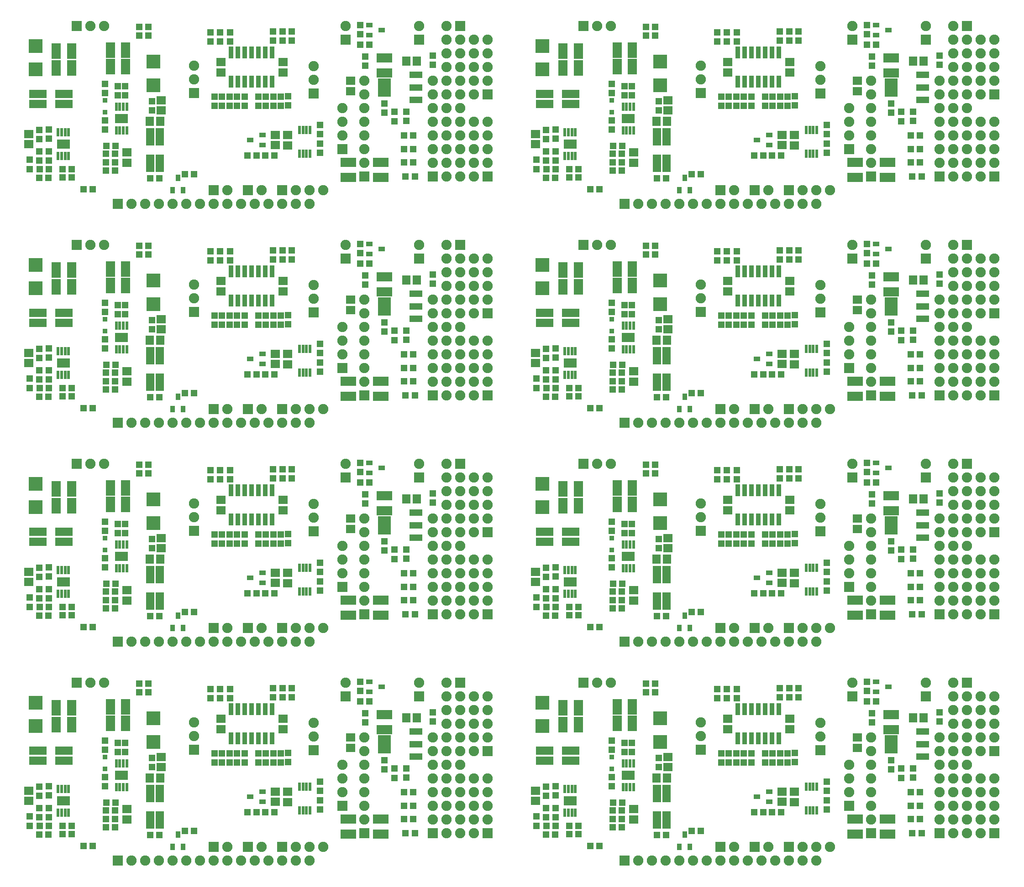
<source format=gbr>
G04 DipTrace 2.4.0.2*
%INTopMask.gbr*%
%MOIN*%
%ADD49R,0.0317X0.0868*%
%ADD51R,0.0927X0.136*%
%ADD53R,0.0927X0.0454*%
%ADD55R,0.0946X0.0671*%
%ADD57R,0.0238X0.0631*%
%ADD59R,0.0631X0.1261*%
%ADD61R,0.1261X0.0631*%
%ADD63R,0.0336X0.0494*%
%ADD65R,0.0494X0.0336*%
%ADD67C,0.075*%
%ADD69R,0.075X0.075*%
%ADD71R,0.0317X0.0317*%
%ADD73R,0.1025X0.1025*%
%ADD75R,0.1143X0.071*%
%ADD77R,0.0592X0.0671*%
%ADD79R,0.0513X0.0474*%
%ADD81R,0.071X0.1143*%
%ADD83R,0.0474X0.0513*%
%ADD85R,0.0671X0.0592*%
%FSLAX44Y44*%
G04*
G70*
G90*
G75*
G01*
%LNTopMask*%
%LPD*%
D85*
X5441Y10066D3*
Y9318D3*
D83*
X6879Y10378D3*
Y9709D3*
D81*
X7441Y14879D3*
X8543D3*
X7441Y16129D3*
X8543D3*
D79*
X8566Y6878D3*
X7897D3*
D83*
X6191Y8110D3*
Y8779D3*
X6878Y8128D3*
Y8797D3*
D85*
X12589Y8714D3*
Y7966D3*
D83*
X11940Y12878D3*
Y13547D3*
D77*
X15015Y10987D3*
X14267D3*
D81*
X11379Y15004D3*
X12481D3*
X11379Y16191D3*
X12481D3*
D85*
X15108Y11783D3*
Y12531D3*
D79*
X11065Y7378D3*
X11734D3*
X11754Y9191D3*
X11085D3*
D77*
X33752Y15378D3*
X33004D3*
D75*
X31378Y14513D3*
Y15615D3*
D83*
X32128Y11672D3*
Y11003D3*
X19538Y12129D3*
Y12798D3*
D85*
X24330Y9235D3*
Y9983D3*
X23432Y9251D3*
Y9999D3*
D83*
X23809Y12129D3*
Y12798D3*
X19380Y16817D3*
Y17486D3*
X23943Y16897D3*
Y17567D3*
D85*
X19447Y14566D3*
Y15314D3*
X23993Y14566D3*
Y15314D3*
X28940Y13190D3*
Y13938D3*
D75*
X28753Y6878D3*
Y7980D3*
X31128Y6878D3*
Y7980D3*
D73*
X5941Y16504D3*
Y14772D3*
X14515Y15338D3*
Y13606D3*
D71*
X10976Y12511D3*
Y11645D3*
D69*
X36940Y17940D3*
D67*
X35940D3*
X36940Y16940D3*
X35940D3*
X36940Y15940D3*
X35940D3*
X36940Y14940D3*
X35940D3*
X36940Y13940D3*
X35940D3*
X36940Y12940D3*
X35940D3*
X36940Y11940D3*
X35940D3*
X36940Y10940D3*
X35940D3*
X36940Y9940D3*
X35940D3*
X36940Y8940D3*
X35940D3*
X36940Y7940D3*
X35940D3*
X36940Y6940D3*
X35940D3*
D69*
X21440Y5940D3*
D67*
X22440D3*
D69*
X38940Y6940D3*
D67*
X37940D3*
X38940Y7940D3*
X37940D3*
X38940Y8940D3*
X37940D3*
X38940Y9940D3*
X37940D3*
X38940Y10940D3*
X37940D3*
D69*
X38940Y12940D3*
D67*
X37940D3*
X38940Y13940D3*
X37940D3*
X38940Y14940D3*
X37940D3*
X38940Y15940D3*
X37940D3*
X38940Y16940D3*
X37940D3*
D69*
X8940Y17940D3*
D67*
X9940D3*
X10940D3*
D69*
X17489Y13040D3*
D67*
Y14040D3*
Y15040D3*
D69*
X26224Y13036D3*
D67*
Y14036D3*
Y15036D3*
D69*
X33940Y16940D3*
D67*
Y17940D3*
D69*
X28565Y16940D3*
D67*
Y17940D3*
D69*
X28318Y8941D3*
D67*
Y9941D3*
Y10941D3*
Y11941D3*
D69*
X34940Y6940D3*
D67*
Y7940D3*
Y8940D3*
Y9940D3*
Y10940D3*
Y11940D3*
Y12940D3*
Y13940D3*
D69*
X29940Y6940D3*
D67*
Y7940D3*
Y8940D3*
Y9940D3*
Y10940D3*
Y11940D3*
Y12940D3*
Y13940D3*
D69*
X18940Y5940D3*
D67*
X19940D3*
D69*
X23940D3*
D67*
X24940D3*
X25940D3*
X26940D3*
D69*
X11940Y4940D3*
D67*
X12940D3*
X13940D3*
X14940D3*
X15940D3*
X16940D3*
X17940D3*
X18940D3*
X19940D3*
X20940D3*
X21940D3*
X22940D3*
X23940D3*
X24940D3*
X25940D3*
D65*
X30279Y18035D3*
Y17287D3*
X31184Y17661D3*
D63*
X15940Y5940D3*
X16688D3*
X16314Y6846D3*
D79*
X8566Y7503D3*
X7897D3*
X6191Y6860D3*
X6860D3*
X6879Y7485D3*
X6209D3*
D83*
X6191Y9691D3*
Y10360D3*
X12449Y13547D3*
Y12878D3*
X10980Y11058D3*
Y10389D3*
D79*
X11065Y8628D3*
X11734D3*
D83*
X31378Y11628D3*
Y12297D3*
X33003Y11021D3*
Y11690D3*
X29609Y18035D3*
Y17365D3*
D79*
Y16578D3*
X30279D3*
D83*
X34940Y15128D3*
Y15797D3*
D79*
X22065Y8503D3*
X21396D3*
X22690D3*
X23359D3*
D83*
X26693Y10066D3*
Y10735D3*
Y8691D3*
Y9360D3*
X20636Y12129D3*
Y12798D3*
X20101Y12129D3*
Y12798D3*
X18976Y12804D3*
Y12135D3*
X22736Y12129D3*
Y12798D3*
X23278Y12129D3*
Y12798D3*
X24348Y12808D3*
Y12139D3*
X20130Y17504D3*
Y16835D3*
X18692Y16817D3*
Y17486D3*
X23255Y17548D3*
Y16879D3*
X24630D3*
Y17548D3*
D79*
X17503Y7128D3*
X16833D3*
X32940Y6940D3*
X33609D3*
D83*
X21200Y12129D3*
Y12798D3*
X22192Y12129D3*
Y12798D3*
X11003Y13065D3*
Y13734D3*
X5503Y7503D3*
Y8172D3*
D79*
X11065Y8003D3*
X11734D3*
X33503D3*
X32833D3*
X33503Y8940D3*
X32833D3*
X33503Y9940D3*
X32833D3*
X10078Y6007D3*
X9409D3*
X14964Y6818D3*
X14294D3*
X14153Y17243D3*
X13483D3*
X13487Y17889D3*
X14157D3*
D83*
X29999Y15064D3*
Y15733D3*
X14431Y11794D3*
Y12463D3*
D61*
X8007Y12263D3*
Y12972D3*
X6078D3*
Y12263D3*
D59*
X15003Y9846D3*
X14294D3*
Y7917D3*
X15003D3*
D57*
X7566Y8441D3*
X7822D3*
X8078D3*
X8334D3*
Y10173D3*
X8078D3*
X7822D3*
X7566D3*
D55*
X7950Y9307D3*
D57*
X11817Y10316D3*
X12072D3*
X12328D3*
X12584D3*
Y12048D3*
X12328D3*
X12072D3*
X11817D3*
D55*
X12200Y11182D3*
D53*
X33690Y12565D3*
Y13471D3*
Y14376D3*
D51*
X31407Y13471D3*
D57*
X25193Y8628D3*
X25449D3*
X25705D3*
X25961D3*
Y10360D3*
X25705D3*
X25449D3*
X25193D3*
D65*
X22505Y9253D3*
Y10001D3*
X21600Y9627D3*
D49*
X20192Y13879D3*
X20692D3*
X21192D3*
X21692D3*
X22192D3*
X22692D3*
X23192D3*
Y16005D3*
X22692D3*
X22192D3*
X21692D3*
X21192D3*
X20692D3*
X20192D3*
D85*
X42441Y10066D3*
Y9318D3*
D83*
X43879Y10378D3*
Y9709D3*
D81*
X44441Y14879D3*
X45543D3*
X44441Y16129D3*
X45543D3*
D79*
X45566Y6878D3*
X44897D3*
D83*
X43191Y8110D3*
Y8779D3*
X43878Y8128D3*
Y8797D3*
D85*
X49589Y8714D3*
Y7966D3*
D83*
X48940Y12878D3*
Y13547D3*
D77*
X52015Y10987D3*
X51267D3*
D81*
X48379Y15004D3*
X49481D3*
X48379Y16191D3*
X49481D3*
D85*
X52108Y11783D3*
Y12531D3*
D79*
X48065Y7378D3*
X48734D3*
X48754Y9191D3*
X48085D3*
D77*
X70752Y15378D3*
X70004D3*
D75*
X68378Y14513D3*
Y15615D3*
D83*
X69128Y11672D3*
Y11003D3*
X56538Y12129D3*
Y12798D3*
D85*
X61330Y9235D3*
Y9983D3*
X60432Y9251D3*
Y9999D3*
D83*
X60809Y12129D3*
Y12798D3*
X56380Y16817D3*
Y17486D3*
X60943Y16897D3*
Y17567D3*
D85*
X56447Y14566D3*
Y15314D3*
X60993Y14566D3*
Y15314D3*
X65940Y13190D3*
Y13938D3*
D75*
X65753Y6878D3*
Y7980D3*
X68128Y6878D3*
Y7980D3*
D73*
X42941Y16504D3*
Y14772D3*
X51515Y15338D3*
Y13606D3*
D71*
X47976Y12511D3*
Y11645D3*
D69*
X73940Y17940D3*
D67*
X72940D3*
X73940Y16940D3*
X72940D3*
X73940Y15940D3*
X72940D3*
X73940Y14940D3*
X72940D3*
X73940Y13940D3*
X72940D3*
X73940Y12940D3*
X72940D3*
X73940Y11940D3*
X72940D3*
X73940Y10940D3*
X72940D3*
X73940Y9940D3*
X72940D3*
X73940Y8940D3*
X72940D3*
X73940Y7940D3*
X72940D3*
X73940Y6940D3*
X72940D3*
D69*
X58440Y5940D3*
D67*
X59440D3*
D69*
X75940Y6940D3*
D67*
X74940D3*
X75940Y7940D3*
X74940D3*
X75940Y8940D3*
X74940D3*
X75940Y9940D3*
X74940D3*
X75940Y10940D3*
X74940D3*
D69*
X75940Y12940D3*
D67*
X74940D3*
X75940Y13940D3*
X74940D3*
X75940Y14940D3*
X74940D3*
X75940Y15940D3*
X74940D3*
X75940Y16940D3*
X74940D3*
D69*
X45940Y17940D3*
D67*
X46940D3*
X47940D3*
D69*
X54489Y13040D3*
D67*
Y14040D3*
Y15040D3*
D69*
X63224Y13036D3*
D67*
Y14036D3*
Y15036D3*
D69*
X70940Y16940D3*
D67*
Y17940D3*
D69*
X65565Y16940D3*
D67*
Y17940D3*
D69*
X65318Y8941D3*
D67*
Y9941D3*
Y10941D3*
Y11941D3*
D69*
X71940Y6940D3*
D67*
Y7940D3*
Y8940D3*
Y9940D3*
Y10940D3*
Y11940D3*
Y12940D3*
Y13940D3*
D69*
X66940Y6940D3*
D67*
Y7940D3*
Y8940D3*
Y9940D3*
Y10940D3*
Y11940D3*
Y12940D3*
Y13940D3*
D69*
X55940Y5940D3*
D67*
X56940D3*
D69*
X60940D3*
D67*
X61940D3*
X62940D3*
X63940D3*
D69*
X48940Y4940D3*
D67*
X49940D3*
X50940D3*
X51940D3*
X52940D3*
X53940D3*
X54940D3*
X55940D3*
X56940D3*
X57940D3*
X58940D3*
X59940D3*
X60940D3*
X61940D3*
X62940D3*
D65*
X67279Y18035D3*
Y17287D3*
X68184Y17661D3*
D63*
X52940Y5940D3*
X53688D3*
X53314Y6846D3*
D79*
X45566Y7503D3*
X44897D3*
X43191Y6860D3*
X43860D3*
X43879Y7485D3*
X43209D3*
D83*
X43191Y9691D3*
Y10360D3*
X49449Y13547D3*
Y12878D3*
X47980Y11058D3*
Y10389D3*
D79*
X48065Y8628D3*
X48734D3*
D83*
X68378Y11628D3*
Y12297D3*
X70003Y11021D3*
Y11690D3*
X66609Y18035D3*
Y17365D3*
D79*
Y16578D3*
X67279D3*
D83*
X71940Y15128D3*
Y15797D3*
D79*
X59065Y8503D3*
X58396D3*
X59690D3*
X60359D3*
D83*
X63693Y10066D3*
Y10735D3*
Y8691D3*
Y9360D3*
X57636Y12129D3*
Y12798D3*
X57101Y12129D3*
Y12798D3*
X55976Y12804D3*
Y12135D3*
X59736Y12129D3*
Y12798D3*
X60278Y12129D3*
Y12798D3*
X61348Y12808D3*
Y12139D3*
X57130Y17504D3*
Y16835D3*
X55692Y16817D3*
Y17486D3*
X60255Y17548D3*
Y16879D3*
X61630D3*
Y17548D3*
D79*
X54503Y7128D3*
X53833D3*
X69940Y6940D3*
X70609D3*
D83*
X58200Y12129D3*
Y12798D3*
X59192Y12129D3*
Y12798D3*
X48003Y13065D3*
Y13734D3*
X42503Y7503D3*
Y8172D3*
D79*
X48065Y8003D3*
X48734D3*
X70503D3*
X69833D3*
X70503Y8940D3*
X69833D3*
X70503Y9940D3*
X69833D3*
X47078Y6007D3*
X46409D3*
X51964Y6818D3*
X51294D3*
X51153Y17243D3*
X50483D3*
X50487Y17889D3*
X51157D3*
D83*
X66999Y15064D3*
Y15733D3*
X51431Y11794D3*
Y12463D3*
D61*
X45007Y12263D3*
Y12972D3*
X43078D3*
Y12263D3*
D59*
X52003Y9846D3*
X51294D3*
Y7917D3*
X52003D3*
D57*
X44566Y8441D3*
X44822D3*
X45078D3*
X45334D3*
Y10173D3*
X45078D3*
X44822D3*
X44566D3*
D55*
X44950Y9307D3*
D57*
X48817Y10316D3*
X49072D3*
X49328D3*
X49584D3*
Y12048D3*
X49328D3*
X49072D3*
X48817D3*
D55*
X49200Y11182D3*
D53*
X70690Y12565D3*
Y13471D3*
Y14376D3*
D51*
X68407Y13471D3*
D57*
X62193Y8628D3*
X62449D3*
X62705D3*
X62961D3*
Y10360D3*
X62705D3*
X62449D3*
X62193D3*
D65*
X59505Y9253D3*
Y10001D3*
X58600Y9627D3*
D49*
X57192Y13879D3*
X57692D3*
X58192D3*
X58692D3*
X59192D3*
X59692D3*
X60192D3*
Y16005D3*
X59692D3*
X59192D3*
X58692D3*
X58192D3*
X57692D3*
X57192D3*
D85*
X5441Y26066D3*
Y25318D3*
D83*
X6879Y26378D3*
Y25709D3*
D81*
X7441Y30879D3*
X8543D3*
X7441Y32129D3*
X8543D3*
D79*
X8566Y22878D3*
X7897D3*
D83*
X6191Y24110D3*
Y24779D3*
X6878Y24128D3*
Y24797D3*
D85*
X12589Y24714D3*
Y23966D3*
D83*
X11940Y28878D3*
Y29547D3*
D77*
X15015Y26987D3*
X14267D3*
D81*
X11379Y31004D3*
X12481D3*
X11379Y32191D3*
X12481D3*
D85*
X15108Y27783D3*
Y28531D3*
D79*
X11065Y23378D3*
X11734D3*
X11754Y25191D3*
X11085D3*
D77*
X33752Y31378D3*
X33004D3*
D75*
X31378Y30513D3*
Y31615D3*
D83*
X32128Y27672D3*
Y27003D3*
X19538Y28129D3*
Y28798D3*
D85*
X24330Y25235D3*
Y25983D3*
X23432Y25251D3*
Y25999D3*
D83*
X23809Y28129D3*
Y28798D3*
X19380Y32817D3*
Y33486D3*
X23943Y32897D3*
Y33567D3*
D85*
X19447Y30566D3*
Y31314D3*
X23993Y30566D3*
Y31314D3*
X28940Y29190D3*
Y29938D3*
D75*
X28753Y22878D3*
Y23980D3*
X31128Y22878D3*
Y23980D3*
D73*
X5941Y32504D3*
Y30772D3*
X14515Y31338D3*
Y29606D3*
D71*
X10976Y28511D3*
Y27645D3*
D69*
X36940Y33940D3*
D67*
X35940D3*
X36940Y32940D3*
X35940D3*
X36940Y31940D3*
X35940D3*
X36940Y30940D3*
X35940D3*
X36940Y29940D3*
X35940D3*
X36940Y28940D3*
X35940D3*
X36940Y27940D3*
X35940D3*
X36940Y26940D3*
X35940D3*
X36940Y25940D3*
X35940D3*
X36940Y24940D3*
X35940D3*
X36940Y23940D3*
X35940D3*
X36940Y22940D3*
X35940D3*
D69*
X21440Y21940D3*
D67*
X22440D3*
D69*
X38940Y22940D3*
D67*
X37940D3*
X38940Y23940D3*
X37940D3*
X38940Y24940D3*
X37940D3*
X38940Y25940D3*
X37940D3*
X38940Y26940D3*
X37940D3*
D69*
X38940Y28940D3*
D67*
X37940D3*
X38940Y29940D3*
X37940D3*
X38940Y30940D3*
X37940D3*
X38940Y31940D3*
X37940D3*
X38940Y32940D3*
X37940D3*
D69*
X8940Y33940D3*
D67*
X9940D3*
X10940D3*
D69*
X17489Y29040D3*
D67*
Y30040D3*
Y31040D3*
D69*
X26224Y29036D3*
D67*
Y30036D3*
Y31036D3*
D69*
X33940Y32940D3*
D67*
Y33940D3*
D69*
X28565Y32940D3*
D67*
Y33940D3*
D69*
X28318Y24941D3*
D67*
Y25941D3*
Y26941D3*
Y27941D3*
D69*
X34940Y22940D3*
D67*
Y23940D3*
Y24940D3*
Y25940D3*
Y26940D3*
Y27940D3*
Y28940D3*
Y29940D3*
D69*
X29940Y22940D3*
D67*
Y23940D3*
Y24940D3*
Y25940D3*
Y26940D3*
Y27940D3*
Y28940D3*
Y29940D3*
D69*
X18940Y21940D3*
D67*
X19940D3*
D69*
X23940D3*
D67*
X24940D3*
X25940D3*
X26940D3*
D69*
X11940Y20940D3*
D67*
X12940D3*
X13940D3*
X14940D3*
X15940D3*
X16940D3*
X17940D3*
X18940D3*
X19940D3*
X20940D3*
X21940D3*
X22940D3*
X23940D3*
X24940D3*
X25940D3*
D65*
X30279Y34035D3*
Y33287D3*
X31184Y33661D3*
D63*
X15940Y21940D3*
X16688D3*
X16314Y22846D3*
D79*
X8566Y23503D3*
X7897D3*
X6191Y22860D3*
X6860D3*
X6879Y23485D3*
X6209D3*
D83*
X6191Y25691D3*
Y26360D3*
X12449Y29547D3*
Y28878D3*
X10980Y27058D3*
Y26389D3*
D79*
X11065Y24628D3*
X11734D3*
D83*
X31378Y27628D3*
Y28297D3*
X33003Y27021D3*
Y27690D3*
X29609Y34035D3*
Y33365D3*
D79*
Y32578D3*
X30279D3*
D83*
X34940Y31128D3*
Y31797D3*
D79*
X22065Y24503D3*
X21396D3*
X22690D3*
X23359D3*
D83*
X26693Y26066D3*
Y26735D3*
Y24691D3*
Y25360D3*
X20636Y28129D3*
Y28798D3*
X20101Y28129D3*
Y28798D3*
X18976Y28804D3*
Y28135D3*
X22736Y28129D3*
Y28798D3*
X23278Y28129D3*
Y28798D3*
X24348Y28808D3*
Y28139D3*
X20130Y33504D3*
Y32835D3*
X18692Y32817D3*
Y33486D3*
X23255Y33548D3*
Y32879D3*
X24630D3*
Y33548D3*
D79*
X17503Y23128D3*
X16833D3*
X32940Y22940D3*
X33609D3*
D83*
X21200Y28129D3*
Y28798D3*
X22192Y28129D3*
Y28798D3*
X11003Y29065D3*
Y29734D3*
X5503Y23503D3*
Y24172D3*
D79*
X11065Y24003D3*
X11734D3*
X33503D3*
X32833D3*
X33503Y24940D3*
X32833D3*
X33503Y25940D3*
X32833D3*
X10078Y22007D3*
X9409D3*
X14964Y22818D3*
X14294D3*
X14153Y33243D3*
X13483D3*
X13487Y33889D3*
X14157D3*
D83*
X29999Y31064D3*
Y31733D3*
X14431Y27794D3*
Y28463D3*
D61*
X8007Y28263D3*
Y28972D3*
X6078D3*
Y28263D3*
D59*
X15003Y25846D3*
X14294D3*
Y23917D3*
X15003D3*
D57*
X7566Y24441D3*
X7822D3*
X8078D3*
X8334D3*
Y26173D3*
X8078D3*
X7822D3*
X7566D3*
D55*
X7950Y25307D3*
D57*
X11817Y26316D3*
X12072D3*
X12328D3*
X12584D3*
Y28048D3*
X12328D3*
X12072D3*
X11817D3*
D55*
X12200Y27182D3*
D53*
X33690Y28565D3*
Y29471D3*
Y30376D3*
D51*
X31407Y29471D3*
D57*
X25193Y24628D3*
X25449D3*
X25705D3*
X25961D3*
Y26360D3*
X25705D3*
X25449D3*
X25193D3*
D65*
X22505Y25253D3*
Y26001D3*
X21600Y25627D3*
D49*
X20192Y29879D3*
X20692D3*
X21192D3*
X21692D3*
X22192D3*
X22692D3*
X23192D3*
Y32005D3*
X22692D3*
X22192D3*
X21692D3*
X21192D3*
X20692D3*
X20192D3*
D85*
X42441Y26066D3*
Y25318D3*
D83*
X43879Y26378D3*
Y25709D3*
D81*
X44441Y30879D3*
X45543D3*
X44441Y32129D3*
X45543D3*
D79*
X45566Y22878D3*
X44897D3*
D83*
X43191Y24110D3*
Y24779D3*
X43878Y24128D3*
Y24797D3*
D85*
X49589Y24714D3*
Y23966D3*
D83*
X48940Y28878D3*
Y29547D3*
D77*
X52015Y26987D3*
X51267D3*
D81*
X48379Y31004D3*
X49481D3*
X48379Y32191D3*
X49481D3*
D85*
X52108Y27783D3*
Y28531D3*
D79*
X48065Y23378D3*
X48734D3*
X48754Y25191D3*
X48085D3*
D77*
X70752Y31378D3*
X70004D3*
D75*
X68378Y30513D3*
Y31615D3*
D83*
X69128Y27672D3*
Y27003D3*
X56538Y28129D3*
Y28798D3*
D85*
X61330Y25235D3*
Y25983D3*
X60432Y25251D3*
Y25999D3*
D83*
X60809Y28129D3*
Y28798D3*
X56380Y32817D3*
Y33486D3*
X60943Y32897D3*
Y33567D3*
D85*
X56447Y30566D3*
Y31314D3*
X60993Y30566D3*
Y31314D3*
X65940Y29190D3*
Y29938D3*
D75*
X65753Y22878D3*
Y23980D3*
X68128Y22878D3*
Y23980D3*
D73*
X42941Y32504D3*
Y30772D3*
X51515Y31338D3*
Y29606D3*
D71*
X47976Y28511D3*
Y27645D3*
D69*
X73940Y33940D3*
D67*
X72940D3*
X73940Y32940D3*
X72940D3*
X73940Y31940D3*
X72940D3*
X73940Y30940D3*
X72940D3*
X73940Y29940D3*
X72940D3*
X73940Y28940D3*
X72940D3*
X73940Y27940D3*
X72940D3*
X73940Y26940D3*
X72940D3*
X73940Y25940D3*
X72940D3*
X73940Y24940D3*
X72940D3*
X73940Y23940D3*
X72940D3*
X73940Y22940D3*
X72940D3*
D69*
X58440Y21940D3*
D67*
X59440D3*
D69*
X75940Y22940D3*
D67*
X74940D3*
X75940Y23940D3*
X74940D3*
X75940Y24940D3*
X74940D3*
X75940Y25940D3*
X74940D3*
X75940Y26940D3*
X74940D3*
D69*
X75940Y28940D3*
D67*
X74940D3*
X75940Y29940D3*
X74940D3*
X75940Y30940D3*
X74940D3*
X75940Y31940D3*
X74940D3*
X75940Y32940D3*
X74940D3*
D69*
X45940Y33940D3*
D67*
X46940D3*
X47940D3*
D69*
X54489Y29040D3*
D67*
Y30040D3*
Y31040D3*
D69*
X63224Y29036D3*
D67*
Y30036D3*
Y31036D3*
D69*
X70940Y32940D3*
D67*
Y33940D3*
D69*
X65565Y32940D3*
D67*
Y33940D3*
D69*
X65318Y24941D3*
D67*
Y25941D3*
Y26941D3*
Y27941D3*
D69*
X71940Y22940D3*
D67*
Y23940D3*
Y24940D3*
Y25940D3*
Y26940D3*
Y27940D3*
Y28940D3*
Y29940D3*
D69*
X66940Y22940D3*
D67*
Y23940D3*
Y24940D3*
Y25940D3*
Y26940D3*
Y27940D3*
Y28940D3*
Y29940D3*
D69*
X55940Y21940D3*
D67*
X56940D3*
D69*
X60940D3*
D67*
X61940D3*
X62940D3*
X63940D3*
D69*
X48940Y20940D3*
D67*
X49940D3*
X50940D3*
X51940D3*
X52940D3*
X53940D3*
X54940D3*
X55940D3*
X56940D3*
X57940D3*
X58940D3*
X59940D3*
X60940D3*
X61940D3*
X62940D3*
D65*
X67279Y34035D3*
Y33287D3*
X68184Y33661D3*
D63*
X52940Y21940D3*
X53688D3*
X53314Y22846D3*
D79*
X45566Y23503D3*
X44897D3*
X43191Y22860D3*
X43860D3*
X43879Y23485D3*
X43209D3*
D83*
X43191Y25691D3*
Y26360D3*
X49449Y29547D3*
Y28878D3*
X47980Y27058D3*
Y26389D3*
D79*
X48065Y24628D3*
X48734D3*
D83*
X68378Y27628D3*
Y28297D3*
X70003Y27021D3*
Y27690D3*
X66609Y34035D3*
Y33365D3*
D79*
Y32578D3*
X67279D3*
D83*
X71940Y31128D3*
Y31797D3*
D79*
X59065Y24503D3*
X58396D3*
X59690D3*
X60359D3*
D83*
X63693Y26066D3*
Y26735D3*
Y24691D3*
Y25360D3*
X57636Y28129D3*
Y28798D3*
X57101Y28129D3*
Y28798D3*
X55976Y28804D3*
Y28135D3*
X59736Y28129D3*
Y28798D3*
X60278Y28129D3*
Y28798D3*
X61348Y28808D3*
Y28139D3*
X57130Y33504D3*
Y32835D3*
X55692Y32817D3*
Y33486D3*
X60255Y33548D3*
Y32879D3*
X61630D3*
Y33548D3*
D79*
X54503Y23128D3*
X53833D3*
X69940Y22940D3*
X70609D3*
D83*
X58200Y28129D3*
Y28798D3*
X59192Y28129D3*
Y28798D3*
X48003Y29065D3*
Y29734D3*
X42503Y23503D3*
Y24172D3*
D79*
X48065Y24003D3*
X48734D3*
X70503D3*
X69833D3*
X70503Y24940D3*
X69833D3*
X70503Y25940D3*
X69833D3*
X47078Y22007D3*
X46409D3*
X51964Y22818D3*
X51294D3*
X51153Y33243D3*
X50483D3*
X50487Y33889D3*
X51157D3*
D83*
X66999Y31064D3*
Y31733D3*
X51431Y27794D3*
Y28463D3*
D61*
X45007Y28263D3*
Y28972D3*
X43078D3*
Y28263D3*
D59*
X52003Y25846D3*
X51294D3*
Y23917D3*
X52003D3*
D57*
X44566Y24441D3*
X44822D3*
X45078D3*
X45334D3*
Y26173D3*
X45078D3*
X44822D3*
X44566D3*
D55*
X44950Y25307D3*
D57*
X48817Y26316D3*
X49072D3*
X49328D3*
X49584D3*
Y28048D3*
X49328D3*
X49072D3*
X48817D3*
D55*
X49200Y27182D3*
D53*
X70690Y28565D3*
Y29471D3*
Y30376D3*
D51*
X68407Y29471D3*
D57*
X62193Y24628D3*
X62449D3*
X62705D3*
X62961D3*
Y26360D3*
X62705D3*
X62449D3*
X62193D3*
D65*
X59505Y25253D3*
Y26001D3*
X58600Y25627D3*
D49*
X57192Y29879D3*
X57692D3*
X58192D3*
X58692D3*
X59192D3*
X59692D3*
X60192D3*
Y32005D3*
X59692D3*
X59192D3*
X58692D3*
X58192D3*
X57692D3*
X57192D3*
D85*
X5441Y42066D3*
Y41318D3*
D83*
X6879Y42378D3*
Y41709D3*
D81*
X7441Y46879D3*
X8543D3*
X7441Y48129D3*
X8543D3*
D79*
X8566Y38878D3*
X7897D3*
D83*
X6191Y40110D3*
Y40779D3*
X6878Y40128D3*
Y40797D3*
D85*
X12589Y40714D3*
Y39966D3*
D83*
X11940Y44878D3*
Y45547D3*
D77*
X15015Y42987D3*
X14267D3*
D81*
X11379Y47004D3*
X12481D3*
X11379Y48191D3*
X12481D3*
D85*
X15108Y43783D3*
Y44531D3*
D79*
X11065Y39378D3*
X11734D3*
X11754Y41191D3*
X11085D3*
D77*
X33752Y47378D3*
X33004D3*
D75*
X31378Y46513D3*
Y47615D3*
D83*
X32128Y43672D3*
Y43003D3*
X19538Y44129D3*
Y44798D3*
D85*
X24330Y41235D3*
Y41983D3*
X23432Y41251D3*
Y41999D3*
D83*
X23809Y44129D3*
Y44798D3*
X19380Y48817D3*
Y49486D3*
X23943Y48897D3*
Y49567D3*
D85*
X19447Y46566D3*
Y47314D3*
X23993Y46566D3*
Y47314D3*
X28940Y45190D3*
Y45938D3*
D75*
X28753Y38878D3*
Y39980D3*
X31128Y38878D3*
Y39980D3*
D73*
X5941Y48504D3*
Y46772D3*
X14515Y47338D3*
Y45606D3*
D71*
X10976Y44511D3*
Y43645D3*
D69*
X36940Y49940D3*
D67*
X35940D3*
X36940Y48940D3*
X35940D3*
X36940Y47940D3*
X35940D3*
X36940Y46940D3*
X35940D3*
X36940Y45940D3*
X35940D3*
X36940Y44940D3*
X35940D3*
X36940Y43940D3*
X35940D3*
X36940Y42940D3*
X35940D3*
X36940Y41940D3*
X35940D3*
X36940Y40940D3*
X35940D3*
X36940Y39940D3*
X35940D3*
X36940Y38940D3*
X35940D3*
D69*
X21440Y37940D3*
D67*
X22440D3*
D69*
X38940Y38940D3*
D67*
X37940D3*
X38940Y39940D3*
X37940D3*
X38940Y40940D3*
X37940D3*
X38940Y41940D3*
X37940D3*
X38940Y42940D3*
X37940D3*
D69*
X38940Y44940D3*
D67*
X37940D3*
X38940Y45940D3*
X37940D3*
X38940Y46940D3*
X37940D3*
X38940Y47940D3*
X37940D3*
X38940Y48940D3*
X37940D3*
D69*
X8940Y49940D3*
D67*
X9940D3*
X10940D3*
D69*
X17489Y45040D3*
D67*
Y46040D3*
Y47040D3*
D69*
X26224Y45036D3*
D67*
Y46036D3*
Y47036D3*
D69*
X33940Y48940D3*
D67*
Y49940D3*
D69*
X28565Y48940D3*
D67*
Y49940D3*
D69*
X28318Y40941D3*
D67*
Y41941D3*
Y42941D3*
Y43941D3*
D69*
X34940Y38940D3*
D67*
Y39940D3*
Y40940D3*
Y41940D3*
Y42940D3*
Y43940D3*
Y44940D3*
Y45940D3*
D69*
X29940Y38940D3*
D67*
Y39940D3*
Y40940D3*
Y41940D3*
Y42940D3*
Y43940D3*
Y44940D3*
Y45940D3*
D69*
X18940Y37940D3*
D67*
X19940D3*
D69*
X23940D3*
D67*
X24940D3*
X25940D3*
X26940D3*
D69*
X11940Y36940D3*
D67*
X12940D3*
X13940D3*
X14940D3*
X15940D3*
X16940D3*
X17940D3*
X18940D3*
X19940D3*
X20940D3*
X21940D3*
X22940D3*
X23940D3*
X24940D3*
X25940D3*
D65*
X30279Y50035D3*
Y49287D3*
X31184Y49661D3*
D63*
X15940Y37940D3*
X16688D3*
X16314Y38846D3*
D79*
X8566Y39503D3*
X7897D3*
X6191Y38860D3*
X6860D3*
X6879Y39485D3*
X6209D3*
D83*
X6191Y41691D3*
Y42360D3*
X12449Y45547D3*
Y44878D3*
X10980Y43058D3*
Y42389D3*
D79*
X11065Y40628D3*
X11734D3*
D83*
X31378Y43628D3*
Y44297D3*
X33003Y43021D3*
Y43690D3*
X29609Y50035D3*
Y49365D3*
D79*
Y48578D3*
X30279D3*
D83*
X34940Y47128D3*
Y47797D3*
D79*
X22065Y40503D3*
X21396D3*
X22690D3*
X23359D3*
D83*
X26693Y42066D3*
Y42735D3*
Y40691D3*
Y41360D3*
X20636Y44129D3*
Y44798D3*
X20101Y44129D3*
Y44798D3*
X18976Y44804D3*
Y44135D3*
X22736Y44129D3*
Y44798D3*
X23278Y44129D3*
Y44798D3*
X24348Y44808D3*
Y44139D3*
X20130Y49504D3*
Y48835D3*
X18692Y48817D3*
Y49486D3*
X23255Y49548D3*
Y48879D3*
X24630D3*
Y49548D3*
D79*
X17503Y39128D3*
X16833D3*
X32940Y38940D3*
X33609D3*
D83*
X21200Y44129D3*
Y44798D3*
X22192Y44129D3*
Y44798D3*
X11003Y45065D3*
Y45734D3*
X5503Y39503D3*
Y40172D3*
D79*
X11065Y40003D3*
X11734D3*
X33503D3*
X32833D3*
X33503Y40940D3*
X32833D3*
X33503Y41940D3*
X32833D3*
X10078Y38007D3*
X9409D3*
X14964Y38818D3*
X14294D3*
X14153Y49243D3*
X13483D3*
X13487Y49889D3*
X14157D3*
D83*
X29999Y47064D3*
Y47733D3*
X14431Y43794D3*
Y44463D3*
D61*
X8007Y44263D3*
Y44972D3*
X6078D3*
Y44263D3*
D59*
X15003Y41846D3*
X14294D3*
Y39917D3*
X15003D3*
D57*
X7566Y40441D3*
X7822D3*
X8078D3*
X8334D3*
Y42173D3*
X8078D3*
X7822D3*
X7566D3*
D55*
X7950Y41307D3*
D57*
X11817Y42316D3*
X12072D3*
X12328D3*
X12584D3*
Y44048D3*
X12328D3*
X12072D3*
X11817D3*
D55*
X12200Y43182D3*
D53*
X33690Y44565D3*
Y45471D3*
Y46376D3*
D51*
X31407Y45471D3*
D57*
X25193Y40628D3*
X25449D3*
X25705D3*
X25961D3*
Y42360D3*
X25705D3*
X25449D3*
X25193D3*
D65*
X22505Y41253D3*
Y42001D3*
X21600Y41627D3*
D49*
X20192Y45879D3*
X20692D3*
X21192D3*
X21692D3*
X22192D3*
X22692D3*
X23192D3*
Y48005D3*
X22692D3*
X22192D3*
X21692D3*
X21192D3*
X20692D3*
X20192D3*
D85*
X42441Y42066D3*
Y41318D3*
D83*
X43879Y42378D3*
Y41709D3*
D81*
X44441Y46879D3*
X45543D3*
X44441Y48129D3*
X45543D3*
D79*
X45566Y38878D3*
X44897D3*
D83*
X43191Y40110D3*
Y40779D3*
X43878Y40128D3*
Y40797D3*
D85*
X49589Y40714D3*
Y39966D3*
D83*
X48940Y44878D3*
Y45547D3*
D77*
X52015Y42987D3*
X51267D3*
D81*
X48379Y47004D3*
X49481D3*
X48379Y48191D3*
X49481D3*
D85*
X52108Y43783D3*
Y44531D3*
D79*
X48065Y39378D3*
X48734D3*
X48754Y41191D3*
X48085D3*
D77*
X70752Y47378D3*
X70004D3*
D75*
X68378Y46513D3*
Y47615D3*
D83*
X69128Y43672D3*
Y43003D3*
X56538Y44129D3*
Y44798D3*
D85*
X61330Y41235D3*
Y41983D3*
X60432Y41251D3*
Y41999D3*
D83*
X60809Y44129D3*
Y44798D3*
X56380Y48817D3*
Y49486D3*
X60943Y48897D3*
Y49567D3*
D85*
X56447Y46566D3*
Y47314D3*
X60993Y46566D3*
Y47314D3*
X65940Y45190D3*
Y45938D3*
D75*
X65753Y38878D3*
Y39980D3*
X68128Y38878D3*
Y39980D3*
D73*
X42941Y48504D3*
Y46772D3*
X51515Y47338D3*
Y45606D3*
D71*
X47976Y44511D3*
Y43645D3*
D69*
X73940Y49940D3*
D67*
X72940D3*
X73940Y48940D3*
X72940D3*
X73940Y47940D3*
X72940D3*
X73940Y46940D3*
X72940D3*
X73940Y45940D3*
X72940D3*
X73940Y44940D3*
X72940D3*
X73940Y43940D3*
X72940D3*
X73940Y42940D3*
X72940D3*
X73940Y41940D3*
X72940D3*
X73940Y40940D3*
X72940D3*
X73940Y39940D3*
X72940D3*
X73940Y38940D3*
X72940D3*
D69*
X58440Y37940D3*
D67*
X59440D3*
D69*
X75940Y38940D3*
D67*
X74940D3*
X75940Y39940D3*
X74940D3*
X75940Y40940D3*
X74940D3*
X75940Y41940D3*
X74940D3*
X75940Y42940D3*
X74940D3*
D69*
X75940Y44940D3*
D67*
X74940D3*
X75940Y45940D3*
X74940D3*
X75940Y46940D3*
X74940D3*
X75940Y47940D3*
X74940D3*
X75940Y48940D3*
X74940D3*
D69*
X45940Y49940D3*
D67*
X46940D3*
X47940D3*
D69*
X54489Y45040D3*
D67*
Y46040D3*
Y47040D3*
D69*
X63224Y45036D3*
D67*
Y46036D3*
Y47036D3*
D69*
X70940Y48940D3*
D67*
Y49940D3*
D69*
X65565Y48940D3*
D67*
Y49940D3*
D69*
X65318Y40941D3*
D67*
Y41941D3*
Y42941D3*
Y43941D3*
D69*
X71940Y38940D3*
D67*
Y39940D3*
Y40940D3*
Y41940D3*
Y42940D3*
Y43940D3*
Y44940D3*
Y45940D3*
D69*
X66940Y38940D3*
D67*
Y39940D3*
Y40940D3*
Y41940D3*
Y42940D3*
Y43940D3*
Y44940D3*
Y45940D3*
D69*
X55940Y37940D3*
D67*
X56940D3*
D69*
X60940D3*
D67*
X61940D3*
X62940D3*
X63940D3*
D69*
X48940Y36940D3*
D67*
X49940D3*
X50940D3*
X51940D3*
X52940D3*
X53940D3*
X54940D3*
X55940D3*
X56940D3*
X57940D3*
X58940D3*
X59940D3*
X60940D3*
X61940D3*
X62940D3*
D65*
X67279Y50035D3*
Y49287D3*
X68184Y49661D3*
D63*
X52940Y37940D3*
X53688D3*
X53314Y38846D3*
D79*
X45566Y39503D3*
X44897D3*
X43191Y38860D3*
X43860D3*
X43879Y39485D3*
X43209D3*
D83*
X43191Y41691D3*
Y42360D3*
X49449Y45547D3*
Y44878D3*
X47980Y43058D3*
Y42389D3*
D79*
X48065Y40628D3*
X48734D3*
D83*
X68378Y43628D3*
Y44297D3*
X70003Y43021D3*
Y43690D3*
X66609Y50035D3*
Y49365D3*
D79*
Y48578D3*
X67279D3*
D83*
X71940Y47128D3*
Y47797D3*
D79*
X59065Y40503D3*
X58396D3*
X59690D3*
X60359D3*
D83*
X63693Y42066D3*
Y42735D3*
Y40691D3*
Y41360D3*
X57636Y44129D3*
Y44798D3*
X57101Y44129D3*
Y44798D3*
X55976Y44804D3*
Y44135D3*
X59736Y44129D3*
Y44798D3*
X60278Y44129D3*
Y44798D3*
X61348Y44808D3*
Y44139D3*
X57130Y49504D3*
Y48835D3*
X55692Y48817D3*
Y49486D3*
X60255Y49548D3*
Y48879D3*
X61630D3*
Y49548D3*
D79*
X54503Y39128D3*
X53833D3*
X69940Y38940D3*
X70609D3*
D83*
X58200Y44129D3*
Y44798D3*
X59192Y44129D3*
Y44798D3*
X48003Y45065D3*
Y45734D3*
X42503Y39503D3*
Y40172D3*
D79*
X48065Y40003D3*
X48734D3*
X70503D3*
X69833D3*
X70503Y40940D3*
X69833D3*
X70503Y41940D3*
X69833D3*
X47078Y38007D3*
X46409D3*
X51964Y38818D3*
X51294D3*
X51153Y49243D3*
X50483D3*
X50487Y49889D3*
X51157D3*
D83*
X66999Y47064D3*
Y47733D3*
X51431Y43794D3*
Y44463D3*
D61*
X45007Y44263D3*
Y44972D3*
X43078D3*
Y44263D3*
D59*
X52003Y41846D3*
X51294D3*
Y39917D3*
X52003D3*
D57*
X44566Y40441D3*
X44822D3*
X45078D3*
X45334D3*
Y42173D3*
X45078D3*
X44822D3*
X44566D3*
D55*
X44950Y41307D3*
D57*
X48817Y42316D3*
X49072D3*
X49328D3*
X49584D3*
Y44048D3*
X49328D3*
X49072D3*
X48817D3*
D55*
X49200Y43182D3*
D53*
X70690Y44565D3*
Y45471D3*
Y46376D3*
D51*
X68407Y45471D3*
D57*
X62193Y40628D3*
X62449D3*
X62705D3*
X62961D3*
Y42360D3*
X62705D3*
X62449D3*
X62193D3*
D65*
X59505Y41253D3*
Y42001D3*
X58600Y41627D3*
D49*
X57192Y45879D3*
X57692D3*
X58192D3*
X58692D3*
X59192D3*
X59692D3*
X60192D3*
Y48005D3*
X59692D3*
X59192D3*
X58692D3*
X58192D3*
X57692D3*
X57192D3*
D85*
X5441Y58066D3*
Y57318D3*
D83*
X6879Y58378D3*
Y57709D3*
D81*
X7441Y62879D3*
X8543D3*
X7441Y64129D3*
X8543D3*
D79*
X8566Y54878D3*
X7897D3*
D83*
X6191Y56110D3*
Y56779D3*
X6878Y56128D3*
Y56797D3*
D85*
X12589Y56714D3*
Y55966D3*
D83*
X11940Y60878D3*
Y61547D3*
D77*
X15015Y58987D3*
X14267D3*
D81*
X11379Y63004D3*
X12481D3*
X11379Y64191D3*
X12481D3*
D85*
X15108Y59783D3*
Y60531D3*
D79*
X11065Y55378D3*
X11734D3*
X11754Y57191D3*
X11085D3*
D77*
X33752Y63378D3*
X33004D3*
D75*
X31378Y62513D3*
Y63615D3*
D83*
X32128Y59672D3*
Y59003D3*
X19538Y60129D3*
Y60798D3*
D85*
X24330Y57235D3*
Y57983D3*
X23432Y57251D3*
Y57999D3*
D83*
X23809Y60129D3*
Y60798D3*
X19380Y64817D3*
Y65486D3*
X23943Y64897D3*
Y65567D3*
D85*
X19447Y62566D3*
Y63314D3*
X23993Y62566D3*
Y63314D3*
X28940Y61190D3*
Y61938D3*
D75*
X28753Y54878D3*
Y55980D3*
X31128Y54878D3*
Y55980D3*
D73*
X5941Y64504D3*
Y62772D3*
X14515Y63338D3*
Y61606D3*
D71*
X10976Y60511D3*
Y59645D3*
D69*
X36940Y65940D3*
D67*
X35940D3*
X36940Y64940D3*
X35940D3*
X36940Y63940D3*
X35940D3*
X36940Y62940D3*
X35940D3*
X36940Y61940D3*
X35940D3*
X36940Y60940D3*
X35940D3*
X36940Y59940D3*
X35940D3*
X36940Y58940D3*
X35940D3*
X36940Y57940D3*
X35940D3*
X36940Y56940D3*
X35940D3*
X36940Y55940D3*
X35940D3*
X36940Y54940D3*
X35940D3*
D69*
X21440Y53940D3*
D67*
X22440D3*
D69*
X38940Y54940D3*
D67*
X37940D3*
X38940Y55940D3*
X37940D3*
X38940Y56940D3*
X37940D3*
X38940Y57940D3*
X37940D3*
X38940Y58940D3*
X37940D3*
D69*
X38940Y60940D3*
D67*
X37940D3*
X38940Y61940D3*
X37940D3*
X38940Y62940D3*
X37940D3*
X38940Y63940D3*
X37940D3*
X38940Y64940D3*
X37940D3*
D69*
X8940Y65940D3*
D67*
X9940D3*
X10940D3*
D69*
X17489Y61040D3*
D67*
Y62040D3*
Y63040D3*
D69*
X26224Y61036D3*
D67*
Y62036D3*
Y63036D3*
D69*
X33940Y64940D3*
D67*
Y65940D3*
D69*
X28565Y64940D3*
D67*
Y65940D3*
D69*
X28318Y56941D3*
D67*
Y57941D3*
Y58941D3*
Y59941D3*
D69*
X34940Y54940D3*
D67*
Y55940D3*
Y56940D3*
Y57940D3*
Y58940D3*
Y59940D3*
Y60940D3*
Y61940D3*
D69*
X29940Y54940D3*
D67*
Y55940D3*
Y56940D3*
Y57940D3*
Y58940D3*
Y59940D3*
Y60940D3*
Y61940D3*
D69*
X18940Y53940D3*
D67*
X19940D3*
D69*
X23940D3*
D67*
X24940D3*
X25940D3*
X26940D3*
D69*
X11940Y52940D3*
D67*
X12940D3*
X13940D3*
X14940D3*
X15940D3*
X16940D3*
X17940D3*
X18940D3*
X19940D3*
X20940D3*
X21940D3*
X22940D3*
X23940D3*
X24940D3*
X25940D3*
D65*
X30279Y66035D3*
Y65287D3*
X31184Y65661D3*
D63*
X15940Y53940D3*
X16688D3*
X16314Y54846D3*
D79*
X8566Y55503D3*
X7897D3*
X6191Y54860D3*
X6860D3*
X6879Y55485D3*
X6209D3*
D83*
X6191Y57691D3*
Y58360D3*
X12449Y61547D3*
Y60878D3*
X10980Y59058D3*
Y58389D3*
D79*
X11065Y56628D3*
X11734D3*
D83*
X31378Y59628D3*
Y60297D3*
X33003Y59021D3*
Y59690D3*
X29609Y66035D3*
Y65365D3*
D79*
Y64578D3*
X30279D3*
D83*
X34940Y63128D3*
Y63797D3*
D79*
X22065Y56503D3*
X21396D3*
X22690D3*
X23359D3*
D83*
X26693Y58066D3*
Y58735D3*
Y56691D3*
Y57360D3*
X20636Y60129D3*
Y60798D3*
X20101Y60129D3*
Y60798D3*
X18976Y60804D3*
Y60135D3*
X22736Y60129D3*
Y60798D3*
X23278Y60129D3*
Y60798D3*
X24348Y60808D3*
Y60139D3*
X20130Y65504D3*
Y64835D3*
X18692Y64817D3*
Y65486D3*
X23255Y65548D3*
Y64879D3*
X24630D3*
Y65548D3*
D79*
X17503Y55128D3*
X16833D3*
X32940Y54940D3*
X33609D3*
D83*
X21200Y60129D3*
Y60798D3*
X22192Y60129D3*
Y60798D3*
X11003Y61065D3*
Y61734D3*
X5503Y55503D3*
Y56172D3*
D79*
X11065Y56003D3*
X11734D3*
X33503D3*
X32833D3*
X33503Y56940D3*
X32833D3*
X33503Y57940D3*
X32833D3*
X10078Y54007D3*
X9409D3*
X14964Y54818D3*
X14294D3*
X14153Y65243D3*
X13483D3*
X13487Y65889D3*
X14157D3*
D83*
X29999Y63064D3*
Y63733D3*
X14431Y59794D3*
Y60463D3*
D61*
X8007Y60263D3*
Y60972D3*
X6078D3*
Y60263D3*
D59*
X15003Y57846D3*
X14294D3*
Y55917D3*
X15003D3*
D57*
X7566Y56441D3*
X7822D3*
X8078D3*
X8334D3*
Y58173D3*
X8078D3*
X7822D3*
X7566D3*
D55*
X7950Y57307D3*
D57*
X11817Y58316D3*
X12072D3*
X12328D3*
X12584D3*
Y60048D3*
X12328D3*
X12072D3*
X11817D3*
D55*
X12200Y59182D3*
D53*
X33690Y60565D3*
Y61471D3*
Y62376D3*
D51*
X31407Y61471D3*
D57*
X25193Y56628D3*
X25449D3*
X25705D3*
X25961D3*
Y58360D3*
X25705D3*
X25449D3*
X25193D3*
D65*
X22505Y57253D3*
Y58001D3*
X21600Y57627D3*
D49*
X20192Y61879D3*
X20692D3*
X21192D3*
X21692D3*
X22192D3*
X22692D3*
X23192D3*
Y64005D3*
X22692D3*
X22192D3*
X21692D3*
X21192D3*
X20692D3*
X20192D3*
D85*
X42441Y58066D3*
Y57318D3*
D83*
X43879Y58378D3*
Y57709D3*
D81*
X44441Y62879D3*
X45543D3*
X44441Y64129D3*
X45543D3*
D79*
X45566Y54878D3*
X44897D3*
D83*
X43191Y56110D3*
Y56779D3*
X43878Y56128D3*
Y56797D3*
D85*
X49589Y56714D3*
Y55966D3*
D83*
X48940Y60878D3*
Y61547D3*
D77*
X52015Y58987D3*
X51267D3*
D81*
X48379Y63004D3*
X49481D3*
X48379Y64191D3*
X49481D3*
D85*
X52108Y59783D3*
Y60531D3*
D79*
X48065Y55378D3*
X48734D3*
X48754Y57191D3*
X48085D3*
D77*
X70752Y63378D3*
X70004D3*
D75*
X68378Y62513D3*
Y63615D3*
D83*
X69128Y59672D3*
Y59003D3*
X56538Y60129D3*
Y60798D3*
D85*
X61330Y57235D3*
Y57983D3*
X60432Y57251D3*
Y57999D3*
D83*
X60809Y60129D3*
Y60798D3*
X56380Y64817D3*
Y65486D3*
X60943Y64897D3*
Y65567D3*
D85*
X56447Y62566D3*
Y63314D3*
X60993Y62566D3*
Y63314D3*
X65940Y61190D3*
Y61938D3*
D75*
X65753Y54878D3*
Y55980D3*
X68128Y54878D3*
Y55980D3*
D73*
X42941Y64504D3*
Y62772D3*
X51515Y63338D3*
Y61606D3*
D71*
X47976Y60511D3*
Y59645D3*
D69*
X73940Y65940D3*
D67*
X72940D3*
X73940Y64940D3*
X72940D3*
X73940Y63940D3*
X72940D3*
X73940Y62940D3*
X72940D3*
X73940Y61940D3*
X72940D3*
X73940Y60940D3*
X72940D3*
X73940Y59940D3*
X72940D3*
X73940Y58940D3*
X72940D3*
X73940Y57940D3*
X72940D3*
X73940Y56940D3*
X72940D3*
X73940Y55940D3*
X72940D3*
X73940Y54940D3*
X72940D3*
D69*
X58440Y53940D3*
D67*
X59440D3*
D69*
X75940Y54940D3*
D67*
X74940D3*
X75940Y55940D3*
X74940D3*
X75940Y56940D3*
X74940D3*
X75940Y57940D3*
X74940D3*
X75940Y58940D3*
X74940D3*
D69*
X75940Y60940D3*
D67*
X74940D3*
X75940Y61940D3*
X74940D3*
X75940Y62940D3*
X74940D3*
X75940Y63940D3*
X74940D3*
X75940Y64940D3*
X74940D3*
D69*
X45940Y65940D3*
D67*
X46940D3*
X47940D3*
D69*
X54489Y61040D3*
D67*
Y62040D3*
Y63040D3*
D69*
X63224Y61036D3*
D67*
Y62036D3*
Y63036D3*
D69*
X70940Y64940D3*
D67*
Y65940D3*
D69*
X65565Y64940D3*
D67*
Y65940D3*
D69*
X65318Y56941D3*
D67*
Y57941D3*
Y58941D3*
Y59941D3*
D69*
X71940Y54940D3*
D67*
Y55940D3*
Y56940D3*
Y57940D3*
Y58940D3*
Y59940D3*
Y60940D3*
Y61940D3*
D69*
X66940Y54940D3*
D67*
Y55940D3*
Y56940D3*
Y57940D3*
Y58940D3*
Y59940D3*
Y60940D3*
Y61940D3*
D69*
X55940Y53940D3*
D67*
X56940D3*
D69*
X60940D3*
D67*
X61940D3*
X62940D3*
X63940D3*
D69*
X48940Y52940D3*
D67*
X49940D3*
X50940D3*
X51940D3*
X52940D3*
X53940D3*
X54940D3*
X55940D3*
X56940D3*
X57940D3*
X58940D3*
X59940D3*
X60940D3*
X61940D3*
X62940D3*
D65*
X67279Y66035D3*
Y65287D3*
X68184Y65661D3*
D63*
X52940Y53940D3*
X53688D3*
X53314Y54846D3*
D79*
X45566Y55503D3*
X44897D3*
X43191Y54860D3*
X43860D3*
X43879Y55485D3*
X43209D3*
D83*
X43191Y57691D3*
Y58360D3*
X49449Y61547D3*
Y60878D3*
X47980Y59058D3*
Y58389D3*
D79*
X48065Y56628D3*
X48734D3*
D83*
X68378Y59628D3*
Y60297D3*
X70003Y59021D3*
Y59690D3*
X66609Y66035D3*
Y65365D3*
D79*
Y64578D3*
X67279D3*
D83*
X71940Y63128D3*
Y63797D3*
D79*
X59065Y56503D3*
X58396D3*
X59690D3*
X60359D3*
D83*
X63693Y58066D3*
Y58735D3*
Y56691D3*
Y57360D3*
X57636Y60129D3*
Y60798D3*
X57101Y60129D3*
Y60798D3*
X55976Y60804D3*
Y60135D3*
X59736Y60129D3*
Y60798D3*
X60278Y60129D3*
Y60798D3*
X61348Y60808D3*
Y60139D3*
X57130Y65504D3*
Y64835D3*
X55692Y64817D3*
Y65486D3*
X60255Y65548D3*
Y64879D3*
X61630D3*
Y65548D3*
D79*
X54503Y55128D3*
X53833D3*
X69940Y54940D3*
X70609D3*
D83*
X58200Y60129D3*
Y60798D3*
X59192Y60129D3*
Y60798D3*
X48003Y61065D3*
Y61734D3*
X42503Y55503D3*
Y56172D3*
D79*
X48065Y56003D3*
X48734D3*
X70503D3*
X69833D3*
X70503Y56940D3*
X69833D3*
X70503Y57940D3*
X69833D3*
X47078Y54007D3*
X46409D3*
X51964Y54818D3*
X51294D3*
X51153Y65243D3*
X50483D3*
X50487Y65889D3*
X51157D3*
D83*
X66999Y63064D3*
Y63733D3*
X51431Y59794D3*
Y60463D3*
D61*
X45007Y60263D3*
Y60972D3*
X43078D3*
Y60263D3*
D59*
X52003Y57846D3*
X51294D3*
Y55917D3*
X52003D3*
D57*
X44566Y56441D3*
X44822D3*
X45078D3*
X45334D3*
Y58173D3*
X45078D3*
X44822D3*
X44566D3*
D55*
X44950Y57307D3*
D57*
X48817Y58316D3*
X49072D3*
X49328D3*
X49584D3*
Y60048D3*
X49328D3*
X49072D3*
X48817D3*
D55*
X49200Y59182D3*
D53*
X70690Y60565D3*
Y61471D3*
Y62376D3*
D51*
X68407Y61471D3*
D57*
X62193Y56628D3*
X62449D3*
X62705D3*
X62961D3*
Y58360D3*
X62705D3*
X62449D3*
X62193D3*
D65*
X59505Y57253D3*
Y58001D3*
X58600Y57627D3*
D49*
X57192Y61879D3*
X57692D3*
X58192D3*
X58692D3*
X59192D3*
X59692D3*
X60192D3*
Y64005D3*
X59692D3*
X59192D3*
X58692D3*
X58192D3*
X57692D3*
X57192D3*
M02*

</source>
